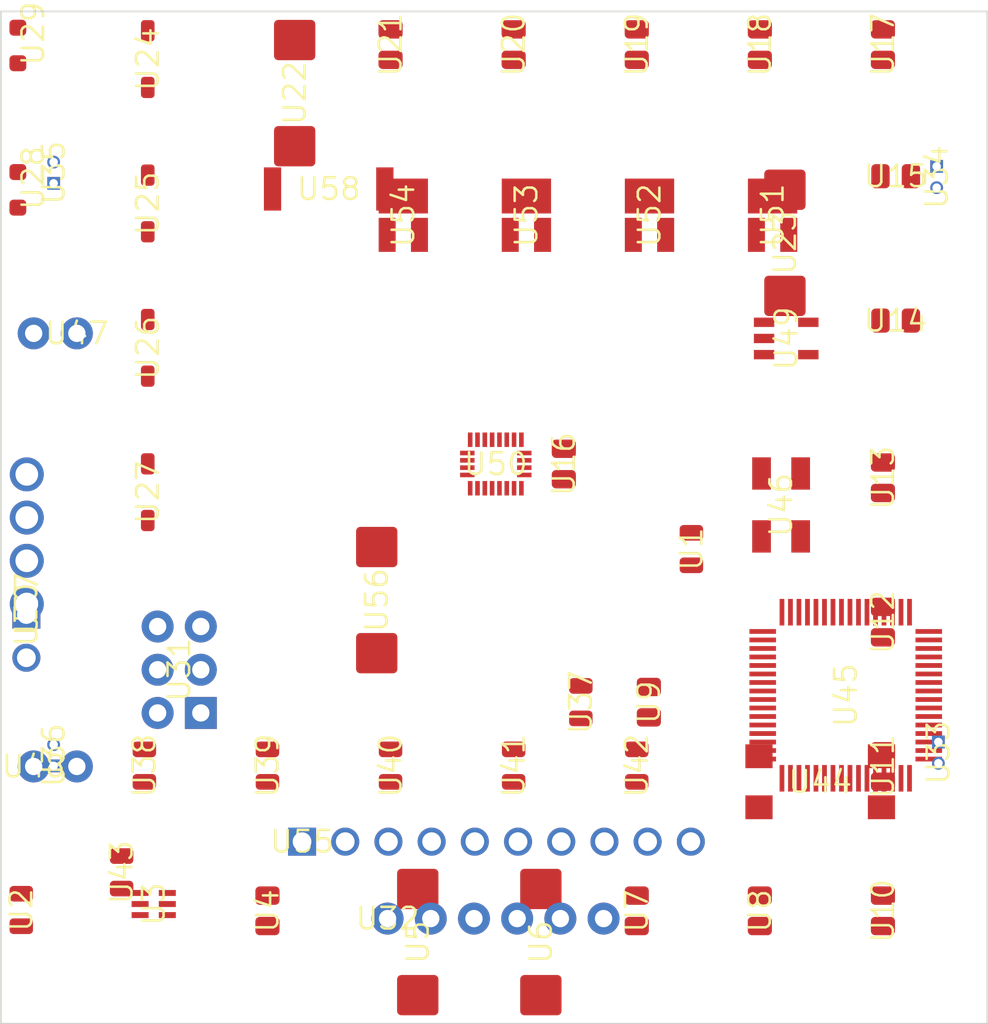
<source format=kicad_pcb>
(kicad_pcb (version 20171130) (host pcbnew "(5.1.4-0-10_14)")
  (layers (0 Top signal) (1 Route2 signal) (2 Route15 signal) (31 Bottom signal) (34 B.Paste user) (35 F.Paste user) (36 B.SilkS user) (37 F.SilkS user) (38 B.Mask user) (39 F.Mask user hide) (44 Edge.Cuts user))
  (net 0 "")
  (net 1 3V3)
  (net 2 GND)
  (net 3 VBAT)
  (net 4 BAT_GND)
  (net 5 "Net-(B1-Pad3)")
  (net 6 "Net-(B1-Pad4)")
  (net 7 "Net-(C3-Pad1)")
  (net 8 "Net-(C1-Pad1)")
  (net 9 "Net-(C2-Pad1)")
  (net 10 /PWM3)
  (net 11 /PWM2)
  (net 12 /PWM1)
  (net 13 /TX0)
  (net 14 /RX0)
  (net 15 /PWM4)
  (net 16 /MISO)
  (net 17 /MOSI)
  (net 18 /SCK)
  (net 19 /SDA)
  (net 20 /SCL)
  (net 21 "Net-(C4-Pad1)")
  (net 22 /RESET)
  (net 23 "Net-(D1-PadA)")
  (net 24 "Net-(C18-Pad1)")
  (net 25 "Net-(C19-Pad1)")
  (net 26 "Net-(B1-Pad2)")
  (net 27 "Net-(B1-Pad1)")
  (net 28 "Net-(D2-PadA)")
  (net 29 "Net-(D3-PadA)")
  (net 30 "Net-(D4-PadA)")
  (net 31 /DTR)
  (net 32 "Net-(D7-Pad1)")
  (net 33 "Net-(D8-Pad2)")
  (net 34 /LED2)
  (net 35 /LED1)
  (module quadcopter:LEDSC125X200X120-2_HS (layer Top) (at 120.501100 77.253600 270.000000)
    (fp_text reference U29 (at -0.7 -0.9 270) (layer F.SilkS) (effects (font (size 1.27 1.27))))
    (fp_text value "" (at -0.7 -0.9 270) (layer F.SilkS) (effects (font (size 1.27 1.27))))
    (pad 1 smd roundrect (at -1.045 0 90.000000) (size 0.94 0.99) (layers Top) (roundrect_rratio 0.255) (net 2 GND))
    (pad 2 smd roundrect (at 1.045 0 270.000000) (size 0.94 0.99) (layers Top) (roundrect_rratio 0.255) (net 33 "Net-(D8-Pad2)"))
  )
  (module quadcopter:LEDSC125X200X120-2_HS (layer Top) (at 120.501100 85.739314 270.000000)
    (fp_text reference U28 (at -0.7 -0.9 270) (layer F.SilkS) (effects (font (size 1.27 1.27))))
    (fp_text value "" (at -0.7 -0.9 270) (layer F.SilkS) (effects (font (size 1.27 1.27))))
    (pad 1 smd roundrect (at -1.045 0 90.000000) (size 0.94 0.99) (layers Top) (roundrect_rratio 0.255) (net 32 "Net-(D7-Pad1)"))
    (pad 2 smd roundrect (at 1.045 0 270.000000) (size 0.94 0.99) (layers Top) (roundrect_rratio 0.255) (net 2 GND))
  )
  (module quadcopter:FTDI_BASIC_2PIN_2 (layer Bottom) (at 122.701100 94.175029 180.000000)
    (fp_text reference U47 (at -1.27 0 180) (layer F.SilkS) (effects (font (size 1.27 1.27))))
    (fp_text value "" (at -1.27 0 180) (layer F.SilkS) (effects (font (size 1.27 1.27))))
    (pad DTR thru_hole circle (at -1.27 0 90.000000) (size 1.8796 1.8796) (drill 1.016) (layers *.Cu *.Mask) (net 31 /DTR))
    (pad CTS thru_hole circle (at 1.27 0 90.000000) (size 1.8796 1.8796) (drill 1.016) (layers *.Cu *.Mask) (net 2 GND))
  )
  (module quadcopter:HDRVR4W80P254_1X4_1066X254X850B (layer Top) (at 121.026100 106.273243 90.000000)
    (fp_text reference U57 (at -3.81 0 90) (layer F.SilkS) (effects (font (size 1.27 1.27))))
    (fp_text value "" (at -3.81 0 90) (layer F.SilkS) (effects (font (size 1.27 1.27))))
    (pad 4 thru_hole circle (at 3.81 0 90.000000) (size 1.9971 1.9971) (drill 1.3314) (layers *.Cu *.Mask) (net 19 /SDA))
    (pad 3 thru_hole circle (at 1.27 0 90.000000) (size 1.9971 1.9971) (drill 1.3314) (layers *.Cu *.Mask) (net 20 /SCL))
    (pad 2 thru_hole circle (at -1.27 0 90.000000) (size 1.9971 1.9971) (drill 1.3314) (layers *.Cu *.Mask) (net 2 GND))
    (pad 1 thru_hole circle (at -3.81 0 90.000000) (size 1.9971 1.9971) (drill 1.3314) (layers *.Cu *.Mask) (net 1 3V3))
  )
  (module quadcopter:FTDI_BASIC (layer Top) (at 148.588400 128.573200)
    (fp_text reference U32 (at -6.35 0) (layer F.SilkS) (effects (font (size 1.27 1.27))))
    (fp_text value "" (at -6.35 0) (layer F.SilkS) (effects (font (size 1.27 1.27))))
    (pad VCC thru_hole circle (at 1.27 0 90.000000) (size 1.8796 1.8796) (drill 1.016) (layers *.Cu *.Mask) (net 1 3V3))
    (pad TXO thru_hole circle (at -1.27 0 90.000000) (size 1.8796 1.8796) (drill 1.016) (layers *.Cu *.Mask) (net 14 /RX0))
    (pad RXI thru_hole circle (at -3.81 0 90.000000) (size 1.8796 1.8796) (drill 1.016) (layers *.Cu *.Mask) (net 13 /TX0))
    (pad GND thru_hole circle (at 6.35 0 90.000000) (size 1.8796 1.8796) (drill 1.016) (layers *.Cu *.Mask) (net 2 GND))
    (pad DTR thru_hole circle (at -6.35 0 90.000000) (size 1.8796 1.8796) (drill 1.016) (layers *.Cu *.Mask) (net 31 /DTR))
    (pad CTS thru_hole circle (at 3.81 0 90.000000) (size 1.8796 1.8796) (drill 1.016) (layers *.Cu *.Mask))
  )
  (module quadcopter:HDRV10W63P254_10X1_2540X254H838_HS (layer Top) (at 148.639200 124.052000)
    (fp_text reference U55 (at -11.43 0) (layer F.SilkS) (effects (font (size 1.27 1.27))))
    (fp_text value "" (at -11.43 0) (layer F.SilkS) (effects (font (size 1.27 1.27))))
    (pad 9 thru_hole circle (at 8.89 0) (size 1.65 1.65) (drill 1.1) (layers *.Cu *.Mask) (net 19 /SDA))
    (pad 8 thru_hole circle (at 6.35 0) (size 1.65 1.65) (drill 1.1) (layers *.Cu *.Mask) (net 1 3V3))
    (pad 7 thru_hole circle (at 3.81 0) (size 1.65 1.65) (drill 1.1) (layers *.Cu *.Mask) (net 3 VBAT))
    (pad 6 thru_hole circle (at 1.27 0) (size 1.65 1.65) (drill 1.1) (layers *.Cu *.Mask) (net 12 /PWM1))
    (pad 5 thru_hole circle (at -1.27 0) (size 1.65 1.65) (drill 1.1) (layers *.Cu *.Mask) (net 11 /PWM2))
    (pad 4 thru_hole circle (at -3.81 0) (size 1.65 1.65) (drill 1.1) (layers *.Cu *.Mask) (net 10 /PWM3))
    (pad 3 thru_hole circle (at -6.35 0) (size 1.65 1.65) (drill 1.1) (layers *.Cu *.Mask) (net 15 /PWM4))
    (pad 2 thru_hole circle (at -8.89 0) (size 1.65 1.65) (drill 1.1) (layers *.Cu *.Mask) (net 4 BAT_GND))
    (pad 10 thru_hole circle (at 11.43 0) (size 1.65 1.65) (drill 1.1) (layers *.Cu *.Mask) (net 20 /SCL))
    (pad 1 thru_hole rect (at -11.43 0) (size 1.65 1.65) (drill 1.1) (layers *.Cu *.Mask) (net 2 GND))
  )
  (module quadcopter:MALE_HEADER_2X1_0.1IN (layer Top) (at 121.001100 111.971457 270.000000)
    (fp_text reference U30 (at -1.27 0 270) (layer F.SilkS) (effects (font (size 1.27 1.27))))
    (fp_text value "" (at -1.27 0 270) (layer F.SilkS) (effects (font (size 1.27 1.27))))
    (pad 2 thru_hole circle (at 1.27 0 350.000000) (size 1.65 1.65) (drill 1.1) (layers *.Cu *.Mask) (net 3 VBAT))
    (pad 1 thru_hole rect (at -1.27 0 270.000000) (size 1.65 1.65) (drill 1.1) (layers *.Cu *.Mask) (net 4 BAT_GND))
  )
  (module quadcopter:FTDI_BASIC_2PIN_1 (layer Bottom) (at 122.701100 119.632171)
    (fp_text reference U48 (at -1.27 0) (layer F.SilkS) (effects (font (size 1.27 1.27))))
    (fp_text value "" (at -1.27 0) (layer F.SilkS) (effects (font (size 1.27 1.27))))
    (pad TXO thru_hole circle (at -1.27 0 270.000000) (size 1.8796 1.8796) (drill 1.016) (layers *.Cu *.Mask) (net 14 /RX0))
    (pad RXI thru_hole circle (at 1.27 0 270.000000) (size 1.8796 1.8796) (drill 1.016) (layers *.Cu *.Mask) (net 13 /TX0))
  )
  (module quadcopter:MOLEX-0530470210 (layer Top) (at 175.258400 118.819600 90.000000)
    (fp_text reference U33 (at 0 -0.635 90) (layer F.SilkS) (effects (font (size 1.27 1.27))))
    (fp_text value "" (at 0 -0.635 90) (layer F.SilkS) (effects (font (size 1.27 1.27))))
    (pad 2 thru_hole circle (at -0.625 -0.635 90.000000) (size 0.75 0.75) (drill 0.5) (layers *.Cu *.Mask) (net 23 "Net-(D1-PadA)"))
    (pad 1 thru_hole rect (at 0.625 -0.635 90.000000) (size 0.75 0.75) (drill 0.5) (layers *.Cu *.Mask) (net 3 VBAT))
  )
  (module quadcopter:MOLEX-0530470210 (layer Top) (at 175.156800 84.986800 90.000000)
    (fp_text reference U34 (at 0 -0.635 90) (layer F.SilkS) (effects (font (size 1.27 1.27))))
    (fp_text value "" (at 0 -0.635 90) (layer F.SilkS) (effects (font (size 1.27 1.27))))
    (pad 2 thru_hole circle (at -0.625 -0.635 90.000000) (size 0.75 0.75) (drill 0.5) (layers *.Cu *.Mask) (net 28 "Net-(D2-PadA)"))
    (pad 1 thru_hole rect (at 0.625 -0.635 90.000000) (size 0.75 0.75) (drill 0.5) (layers *.Cu *.Mask) (net 3 VBAT))
  )
  (module quadcopter:MOLEX-0530470210 (layer Top) (at 121.969200 118.972000 270.000000)
    (fp_text reference U36 (at 0 -0.635 270) (layer F.SilkS) (effects (font (size 1.27 1.27))))
    (fp_text value "" (at 0 -0.635 270) (layer F.SilkS) (effects (font (size 1.27 1.27))))
    (pad 2 thru_hole circle (at -0.625 -0.635 270.000000) (size 0.75 0.75) (drill 0.5) (layers *.Cu *.Mask) (net 30 "Net-(D4-PadA)"))
    (pad 1 thru_hole rect (at 0.625 -0.635 270.000000) (size 0.75 0.75) (drill 0.5) (layers *.Cu *.Mask) (net 3 VBAT))
  )
  (module quadcopter:MOLEX-0530470210 (layer Top) (at 121.969200 84.732800 270.000000)
    (fp_text reference U35 (at 0 -0.635 270) (layer F.SilkS) (effects (font (size 1.27 1.27))))
    (fp_text value "" (at 0 -0.635 270) (layer F.SilkS) (effects (font (size 1.27 1.27))))
    (pad 2 thru_hole circle (at -0.625 -0.635 270.000000) (size 0.75 0.75) (drill 0.5) (layers *.Cu *.Mask) (net 29 "Net-(D3-PadA)"))
    (pad 1 thru_hole rect (at 0.625 -0.635 270.000000) (size 0.75 0.75) (drill 0.5) (layers *.Cu *.Mask) (net 3 VBAT))
  )
  (module quadcopter:RESC2012X60_HS (layer Top) (at 160.101100 106.853600 90.000000)
    (fp_text reference U1 (at 0 0 90) (layer F.SilkS) (effects (font (size 1.27 1.27))))
    (fp_text value "" (at 0 0 90) (layer F.SilkS) (effects (font (size 1.27 1.27))))
    (pad 1 smd roundrect (at -0.955 0 270.000000) (size 0.92 1.38) (layers Top) (net 32 "Net-(D7-Pad1)"))
    (pad 2 smd roundrect (at 0.955 0 90.000000) (size 0.92 1.38) (layers Top) (net 34 /LED2))
  )
  (module quadcopter:RESC2012X60_HS (layer Top) (at 120.701100 128.067886 90.000000)
    (fp_text reference U2 (at 0 0 90) (layer F.SilkS) (effects (font (size 1.27 1.27))))
    (fp_text value "" (at 0 0 90) (layer F.SilkS) (effects (font (size 1.27 1.27))))
    (pad 1 smd roundrect (at -0.955 0 270.000000) (size 0.92 1.38) (layers Top) (net 33 "Net-(D8-Pad2)"))
    (pad 2 smd roundrect (at 0.955 0 90.000000) (size 0.92 1.38) (layers Top) (net 35 /LED1))
  )
  (module quadcopter:BALUN (layer Top) (at 128.488600 127.717886 270.000000)
    (fp_text reference U3 (at 0 0 270) (layer F.SilkS) (effects (font (size 1.27 1.27))))
    (fp_text value "" (at 0 0 270) (layer F.SilkS) (effects (font (size 1.27 1.27))))
    (pad 6 smd rect (at -0.65 -0.8 270.000000) (size 0.35 1) (layers Top F.Mask F.Paste))
    (pad 5 smd rect (at 0 -0.8 270.000000) (size 0.35 1) (layers Top F.Mask F.Paste) (net 2 GND))
    (pad 4 smd rect (at 0.65 -0.8 270.000000) (size 0.35 1) (layers Top F.Mask F.Paste) (net 6 "Net-(B1-Pad4)"))
    (pad 3 smd rect (at 0.65 0.8 270.000000) (size 0.35 1) (layers Top F.Mask F.Paste) (net 5 "Net-(B1-Pad3)"))
    (pad 2 smd rect (at 0 0.8 270.000000) (size 0.35 1) (layers Top F.Mask F.Paste) (net 26 "Net-(B1-Pad2)"))
    (pad 1 smd rect (at -0.65 0.8 270.000000) (size 0.35 1) (layers Top F.Mask F.Paste) (net 27 "Net-(B1-Pad1)"))
  )
  (module quadcopter:CAPC2012X140_HS (layer Top) (at 135.176100 128.117886 90.000000)
    (fp_text reference U4 (at 0 0 90) (layer F.SilkS) (effects (font (size 1.27 1.27))))
    (fp_text value "" (at 0 0 90) (layer F.SilkS) (effects (font (size 1.27 1.27))))
    (pad 2 smd roundrect (at 0.895 0 90.000000) (size 1.08 1.42) (layers Top) (roundrect_rratio 0.23) (net 2 GND))
    (pad 1 smd roundrect (at -0.895 0 270.000000) (size 1.08 1.42) (layers Top) (roundrect_rratio 0.23) (net 8 "Net-(C1-Pad1)"))
  )
  (module quadcopter:CAPMP7343X310_HS (layer Top) (at 144.013600 129.953600 270.000000)
    (fp_text reference U5 (at 0 0 270) (layer F.SilkS) (effects (font (size 1.27 1.27))))
    (fp_text value "" (at 0 0 270) (layer F.SilkS) (effects (font (size 1.27 1.27))))
    (pad 2 smd roundrect (at 3.12 0 270.000000) (size 2.37 2.43) (layers Top) (roundrect_rratio 0.105) (net 4 BAT_GND))
    (pad 1 smd roundrect (at -3.12 0 90.000000) (size 2.37 2.43) (layers Top) (roundrect_rratio 0.105) (net 3 VBAT))
  )
  (module quadcopter:CAPMP7343X310_HS (layer Top) (at 151.251100 129.953600 270.000000)
    (fp_text reference U6 (at 0 0 270) (layer F.SilkS) (effects (font (size 1.27 1.27))))
    (fp_text value "" (at 0 0 270) (layer F.SilkS) (effects (font (size 1.27 1.27))))
    (pad 2 smd roundrect (at 3.12 0 270.000000) (size 2.37 2.43) (layers Top) (roundrect_rratio 0.105) (net 4 BAT_GND))
    (pad 1 smd roundrect (at -3.12 0 90.000000) (size 2.37 2.43) (layers Top) (roundrect_rratio 0.105) (net 3 VBAT))
  )
  (module quadcopter:CAPC2012X140_HS (layer Top) (at 156.888600 128.117886 270.000000)
    (fp_text reference U7 (at 0 0 270) (layer F.SilkS) (effects (font (size 1.27 1.27))))
    (fp_text value "" (at 0 0 270) (layer F.SilkS) (effects (font (size 1.27 1.27))))
    (pad 2 smd roundrect (at 0.895 0 270.000000) (size 1.08 1.42) (layers Top) (roundrect_rratio 0.23) (net 4 BAT_GND))
    (pad 1 smd roundrect (at -0.895 0 90.000000) (size 1.08 1.42) (layers Top) (roundrect_rratio 0.23) (net 3 VBAT))
  )
  (module quadcopter:CAPC2012X140_HS (layer Top) (at 164.126100 128.117886 270.000000)
    (fp_text reference U8 (at 0 0 270) (layer F.SilkS) (effects (font (size 1.27 1.27))))
    (fp_text value "" (at 0 0 270) (layer F.SilkS) (effects (font (size 1.27 1.27))))
    (pad 2 smd roundrect (at 0.895 0 270.000000) (size 1.08 1.42) (layers Top) (roundrect_rratio 0.23) (net 2 GND))
    (pad 1 smd roundrect (at -0.895 0 90.000000) (size 1.08 1.42) (layers Top) (roundrect_rratio 0.23) (net 1 3V3))
  )
  (module quadcopter:CAPC2012X140_HS (layer Top) (at 157.601100 115.853600 270.000000)
    (fp_text reference U9 (at 0 0 270) (layer F.SilkS) (effects (font (size 1.27 1.27))))
    (fp_text value "" (at 0 0 270) (layer F.SilkS) (effects (font (size 1.27 1.27))))
    (pad 2 smd roundrect (at 0.895 0 270.000000) (size 1.08 1.42) (layers Top) (roundrect_rratio 0.23) (net 22 /RESET))
    (pad 1 smd roundrect (at -0.895 0 90.000000) (size 1.08 1.42) (layers Top) (roundrect_rratio 0.23) (net 31 /DTR))
  )
  (module quadcopter:CAPC2012X140_HS (layer Top) (at 171.363600 128.117886 270.000000)
    (fp_text reference U10 (at 0 0 270) (layer F.SilkS) (effects (font (size 1.27 1.27))))
    (fp_text value "" (at 0 0 270) (layer F.SilkS) (effects (font (size 1.27 1.27))))
    (pad 2 smd roundrect (at 0.895 0 270.000000) (size 1.08 1.42) (layers Top) (roundrect_rratio 0.23) (net 2 GND))
    (pad 1 smd roundrect (at -0.895 0 90.000000) (size 1.08 1.42) (layers Top) (roundrect_rratio 0.23) (net 24 "Net-(C18-Pad1)"))
  )
  (module quadcopter:CAPC2012X140_HS (layer Top) (at 171.363600 119.632171 270.000000)
    (fp_text reference U11 (at 0 0 270) (layer F.SilkS) (effects (font (size 1.27 1.27))))
    (fp_text value "" (at 0 0 270) (layer F.SilkS) (effects (font (size 1.27 1.27))))
    (pad 2 smd roundrect (at 0.895 0 270.000000) (size 1.08 1.42) (layers Top) (roundrect_rratio 0.23) (net 2 GND))
    (pad 1 smd roundrect (at -0.895 0 90.000000) (size 1.08 1.42) (layers Top) (roundrect_rratio 0.23) (net 25 "Net-(C19-Pad1)"))
  )
  (module quadcopter:CAPC2012X140_HS (layer Top) (at 171.363600 111.146457 270.000000)
    (fp_text reference U12 (at 0 0 270) (layer F.SilkS) (effects (font (size 1.27 1.27))))
    (fp_text value "" (at 0 0 270) (layer F.SilkS) (effects (font (size 1.27 1.27))))
    (pad 2 smd roundrect (at 0.895 0 270.000000) (size 1.08 1.42) (layers Top) (roundrect_rratio 0.23) (net 2 GND))
    (pad 1 smd roundrect (at -0.895 0 90.000000) (size 1.08 1.42) (layers Top) (roundrect_rratio 0.23) (net 9 "Net-(C2-Pad1)"))
  )
  (module quadcopter:CAPC2012X140_HS (layer Top) (at 171.363600 102.660743 270.000000)
    (fp_text reference U13 (at 0 0 270) (layer F.SilkS) (effects (font (size 1.27 1.27))))
    (fp_text value "" (at 0 0 270) (layer F.SilkS) (effects (font (size 1.27 1.27))))
    (pad 2 smd roundrect (at 0.895 0 270.000000) (size 1.08 1.42) (layers Top) (roundrect_rratio 0.23) (net 2 GND))
    (pad 1 smd roundrect (at -0.895 0 90.000000) (size 1.08 1.42) (layers Top) (roundrect_rratio 0.23) (net 1 3V3))
  )
  (module quadcopter:CAPC2012X140_HS (layer Top) (at 172.113600 93.425029 180.000000)
    (fp_text reference U14 (at 0 0 180) (layer F.SilkS) (effects (font (size 1.27 1.27))))
    (fp_text value "" (at 0 0 180) (layer F.SilkS) (effects (font (size 1.27 1.27))))
    (pad 2 smd roundrect (at 0.895 0 180.000000) (size 1.08 1.42) (layers Top) (roundrect_rratio 0.23) (net 2 GND))
    (pad 1 smd roundrect (at -0.895 0) (size 1.08 1.42) (layers Top) (roundrect_rratio 0.23) (net 26 "Net-(B1-Pad2)"))
  )
  (module quadcopter:CAPC2012X140_HS (layer Top) (at 172.113600 84.939314)
    (fp_text reference U15 (at 0 0) (layer F.SilkS) (effects (font (size 1.27 1.27))))
    (fp_text value "" (at 0 0) (layer F.SilkS) (effects (font (size 1.27 1.27))))
    (pad 2 smd roundrect (at 0.895 0) (size 1.08 1.42) (layers Top) (roundrect_rratio 0.23) (net 2 GND))
    (pad 1 smd roundrect (at -0.895 0 180.000000) (size 1.08 1.42) (layers Top) (roundrect_rratio 0.23) (net 27 "Net-(B1-Pad1)"))
  )
  (module quadcopter:CAPC2012X140_HS (layer Top) (at 152.601100 101.853600 90.000000)
    (fp_text reference U16 (at 0 0 90) (layer F.SilkS) (effects (font (size 1.27 1.27))))
    (fp_text value "" (at 0 0 90) (layer F.SilkS) (effects (font (size 1.27 1.27))))
    (pad 2 smd roundrect (at 0.895 0 90.000000) (size 1.08 1.42) (layers Top) (roundrect_rratio 0.23) (net 2 GND))
    (pad 1 smd roundrect (at -0.895 0 270.000000) (size 1.08 1.42) (layers Top) (roundrect_rratio 0.23) (net 1 3V3))
  )
  (module quadcopter:CAPC2012X140_HS (layer Top) (at 171.363600 77.203600 270.000000)
    (fp_text reference U17 (at 0 0 270) (layer F.SilkS) (effects (font (size 1.27 1.27))))
    (fp_text value "" (at 0 0 270) (layer F.SilkS) (effects (font (size 1.27 1.27))))
    (pad 2 smd roundrect (at 0.895 0 270.000000) (size 1.08 1.42) (layers Top) (roundrect_rratio 0.23) (net 2 GND))
    (pad 1 smd roundrect (at -0.895 0 90.000000) (size 1.08 1.42) (layers Top) (roundrect_rratio 0.23) (net 1 3V3))
  )
  (module quadcopter:CAPC2012X140_HS (layer Top) (at 164.126100 77.203600 90.000000)
    (fp_text reference U18 (at 0 0 90) (layer F.SilkS) (effects (font (size 1.27 1.27))))
    (fp_text value "" (at 0 0 90) (layer F.SilkS) (effects (font (size 1.27 1.27))))
    (pad 2 smd roundrect (at 0.895 0 90.000000) (size 1.08 1.42) (layers Top) (roundrect_rratio 0.23) (net 2 GND))
    (pad 1 smd roundrect (at -0.895 0 270.000000) (size 1.08 1.42) (layers Top) (roundrect_rratio 0.23) (net 1 3V3))
  )
  (module quadcopter:CAPC2012X140_HS (layer Top) (at 156.888600 77.203600 270.000000)
    (fp_text reference U19 (at 0 0 270) (layer F.SilkS) (effects (font (size 1.27 1.27))))
    (fp_text value "" (at 0 0 270) (layer F.SilkS) (effects (font (size 1.27 1.27))))
    (pad 2 smd roundrect (at 0.895 0 270.000000) (size 1.08 1.42) (layers Top) (roundrect_rratio 0.23) (net 2 GND))
    (pad 1 smd roundrect (at -0.895 0 90.000000) (size 1.08 1.42) (layers Top) (roundrect_rratio 0.23) (net 1 3V3))
  )
  (module quadcopter:CAPC2012X140_HS (layer Top) (at 149.651100 77.203600 90.000000)
    (fp_text reference U20 (at 0 0 90) (layer F.SilkS) (effects (font (size 1.27 1.27))))
    (fp_text value "" (at 0 0 90) (layer F.SilkS) (effects (font (size 1.27 1.27))))
    (pad 2 smd roundrect (at 0.895 0 90.000000) (size 1.08 1.42) (layers Top) (roundrect_rratio 0.23) (net 2 GND))
    (pad 1 smd roundrect (at -0.895 0 270.000000) (size 1.08 1.42) (layers Top) (roundrect_rratio 0.23) (net 7 "Net-(C3-Pad1)"))
  )
  (module quadcopter:CAPC2012X140_HS (layer Top) (at 142.413600 77.203600 90.000000)
    (fp_text reference U21 (at 0 0 90) (layer F.SilkS) (effects (font (size 1.27 1.27))))
    (fp_text value "" (at 0 0 90) (layer F.SilkS) (effects (font (size 1.27 1.27))))
    (pad 2 smd roundrect (at 0.895 0 90.000000) (size 1.08 1.42) (layers Top) (roundrect_rratio 0.23) (net 2 GND))
    (pad 1 smd roundrect (at -0.895 0 270.000000) (size 1.08 1.42) (layers Top) (roundrect_rratio 0.23) (net 21 "Net-(C4-Pad1)"))
  )
  (module quadcopter:CAPMP7343X310_HS (layer Top) (at 136.776100 80.053600 270.000000)
    (fp_text reference U22 (at 0 0 270) (layer F.SilkS) (effects (font (size 1.27 1.27))))
    (fp_text value "" (at 0 0 270) (layer F.SilkS) (effects (font (size 1.27 1.27))))
    (pad 2 smd roundrect (at 3.12 0 270.000000) (size 2.37 2.43) (layers Top) (roundrect_rratio 0.105) (net 4 BAT_GND))
    (pad 1 smd roundrect (at -3.12 0 90.000000) (size 2.37 2.43) (layers Top) (roundrect_rratio 0.105) (net 3 VBAT))
  )
  (module quadcopter:CAPMP7343X310_HS (layer Top) (at 165.601100 88.853600 270.000000)
    (fp_text reference U23 (at 0 0 270) (layer F.SilkS) (effects (font (size 1.27 1.27))))
    (fp_text value "" (at 0 0 270) (layer F.SilkS) (effects (font (size 1.27 1.27))))
    (pad 2 smd roundrect (at 3.12 0 270.000000) (size 2.37 2.43) (layers Top) (roundrect_rratio 0.105) (net 4 BAT_GND))
    (pad 1 smd roundrect (at -3.12 0 90.000000) (size 2.37 2.43) (layers Top) (roundrect_rratio 0.105) (net 3 VBAT))
  )
  (module quadcopter:SOD3716X135_HS (layer Top) (at 128.138600 78.053600 270.000000)
    (fp_text reference U24 (at 0 0 270) (layer F.SilkS) (effects (font (size 1.27 1.27))))
    (fp_text value "" (at 0 0 270) (layer F.SilkS) (effects (font (size 1.27 1.27))))
    (pad C smd roundrect (at -1.665 0 90.000000) (size 1.25 0.8) (layers Top) (net 3 VBAT))
    (pad A smd roundrect (at 1.665 0 270.000000) (size 1.25 0.8) (layers Top) (net 23 "Net-(D1-PadA)"))
  )
  (module quadcopter:SOD3716X135_HS (layer Top) (at 128.138600 86.539314 270.000000)
    (fp_text reference U25 (at 0 0 270) (layer F.SilkS) (effects (font (size 1.27 1.27))))
    (fp_text value "" (at 0 0 270) (layer F.SilkS) (effects (font (size 1.27 1.27))))
    (pad C smd roundrect (at -1.665 0 90.000000) (size 1.25 0.8) (layers Top) (net 3 VBAT))
    (pad A smd roundrect (at 1.665 0 270.000000) (size 1.25 0.8) (layers Top) (net 28 "Net-(D2-PadA)"))
  )
  (module quadcopter:SOD3716X135_HS (layer Top) (at 128.138600 95.025029 270.000000)
    (fp_text reference U26 (at 0 0 270) (layer F.SilkS) (effects (font (size 1.27 1.27))))
    (fp_text value "" (at 0 0 270) (layer F.SilkS) (effects (font (size 1.27 1.27))))
    (pad C smd roundrect (at -1.665 0 90.000000) (size 1.25 0.8) (layers Top) (net 3 VBAT))
    (pad A smd roundrect (at 1.665 0 270.000000) (size 1.25 0.8) (layers Top) (net 29 "Net-(D3-PadA)"))
  )
  (module quadcopter:SOD3716X135_HS (layer Top) (at 128.138600 103.510743 270.000000)
    (fp_text reference U27 (at 0 0 270) (layer F.SilkS) (effects (font (size 1.27 1.27))))
    (fp_text value "" (at 0 0 270) (layer F.SilkS) (effects (font (size 1.27 1.27))))
    (pad C smd roundrect (at -1.665 0 90.000000) (size 1.25 0.8) (layers Top) (net 3 VBAT))
    (pad A smd roundrect (at 1.665 0 270.000000) (size 1.25 0.8) (layers Top) (net 30 "Net-(D4-PadA)"))
  )
  (module quadcopter:2X3-NS (layer Top) (at 129.988600 113.946457 90.000000)
    (fp_text reference U31 (at 0 0 90) (layer F.SilkS) (effects (font (size 1.27 1.27))))
    (fp_text value "" (at 0 0 90) (layer F.SilkS) (effects (font (size 1.27 1.27))))
    (pad 6 thru_hole circle (at 2.54 -1.27 90.000000) (size 1.8796 1.8796) (drill 1.016) (layers *.Cu *.Mask) (net 2 GND))
    (pad 5 thru_hole circle (at 2.54 1.27 90.000000) (size 1.8796 1.8796) (drill 1.016) (layers *.Cu *.Mask) (net 22 /RESET))
    (pad 4 thru_hole circle (at 0 -1.27 90.000000) (size 1.8796 1.8796) (drill 1.016) (layers *.Cu *.Mask) (net 17 /MOSI))
    (pad 3 thru_hole circle (at 0 1.27 90.000000) (size 1.8796 1.8796) (drill 1.016) (layers *.Cu *.Mask) (net 18 /SCK))
    (pad 2 thru_hole circle (at -2.54 -1.27 90.000000) (size 1.8796 1.8796) (drill 1.016) (layers *.Cu *.Mask))
    (pad 1 thru_hole rect (at -2.54 1.27 90.000000) (size 1.8796 1.8796) (drill 1.016) (layers *.Cu *.Mask) (net 16 /MISO))
  )
  (module quadcopter:RESC2012X60_HS (layer Top) (at 153.601100 115.853600 90.000000)
    (fp_text reference U37 (at 0 0 90) (layer F.SilkS) (effects (font (size 1.27 1.27))))
    (fp_text value "" (at 0 0 90) (layer F.SilkS) (effects (font (size 1.27 1.27))))
    (pad 1 smd roundrect (at -0.955 0 270.000000) (size 0.92 1.38) (layers Top) (net 22 /RESET))
    (pad 2 smd roundrect (at 0.955 0 90.000000) (size 0.92 1.38) (layers Top) (net 1 3V3))
  )
  (module quadcopter:RESC2012X60_HS (layer Top) (at 127.938600 119.582171 90.000000)
    (fp_text reference U38 (at 0 0 90) (layer F.SilkS) (effects (font (size 1.27 1.27))))
    (fp_text value "" (at 0 0 90) (layer F.SilkS) (effects (font (size 1.27 1.27))))
    (pad 1 smd roundrect (at -0.955 0 270.000000) (size 0.92 1.38) (layers Top) (net 19 /SDA))
    (pad 2 smd roundrect (at 0.955 0 90.000000) (size 0.92 1.38) (layers Top) (net 1 3V3))
  )
  (module quadcopter:RESC2012X60_HS (layer Top) (at 135.176100 119.582171 90.000000)
    (fp_text reference U39 (at 0 0 90) (layer F.SilkS) (effects (font (size 1.27 1.27))))
    (fp_text value "" (at 0 0 90) (layer F.SilkS) (effects (font (size 1.27 1.27))))
    (pad 1 smd roundrect (at -0.955 0 270.000000) (size 0.92 1.38) (layers Top) (net 20 /SCL))
    (pad 2 smd roundrect (at 0.955 0 90.000000) (size 0.92 1.38) (layers Top) (net 1 3V3))
  )
  (module quadcopter:RESC2012X60_HS (layer Top) (at 142.413600 119.582171 270.000000)
    (fp_text reference U40 (at 0 0 270) (layer F.SilkS) (effects (font (size 1.27 1.27))))
    (fp_text value "" (at 0 0 270) (layer F.SilkS) (effects (font (size 1.27 1.27))))
    (pad 1 smd roundrect (at -0.955 0 90.000000) (size 0.92 1.38) (layers Top) (net 12 /PWM1))
    (pad 2 smd roundrect (at 0.955 0 270.000000) (size 0.92 1.38) (layers Top) (net 2 GND))
  )
  (module quadcopter:RESC2012X60_HS (layer Top) (at 149.651100 119.582171 90.000000)
    (fp_text reference U41 (at 0 0 90) (layer F.SilkS) (effects (font (size 1.27 1.27))))
    (fp_text value "" (at 0 0 90) (layer F.SilkS) (effects (font (size 1.27 1.27))))
    (pad 1 smd roundrect (at -0.955 0 270.000000) (size 0.92 1.38) (layers Top) (net 11 /PWM2))
    (pad 2 smd roundrect (at 0.955 0 90.000000) (size 0.92 1.38) (layers Top) (net 2 GND))
  )
  (module quadcopter:RESC2012X60_HS (layer Top) (at 156.888600 119.582171 90.000000)
    (fp_text reference U42 (at 0 0 90) (layer F.SilkS) (effects (font (size 1.27 1.27))))
    (fp_text value "" (at 0 0 90) (layer F.SilkS) (effects (font (size 1.27 1.27))))
    (pad 1 smd roundrect (at -0.955 0 270.000000) (size 0.92 1.38) (layers Top) (net 10 /PWM3))
    (pad 2 smd roundrect (at 0.955 0 90.000000) (size 0.92 1.38) (layers Top) (net 2 GND))
  )
  (module quadcopter:RESC2012X60_HS (layer Top) (at 126.601100 125.853600 270.000000)
    (fp_text reference U43 (at 0 0 270) (layer F.SilkS) (effects (font (size 1.27 1.27))))
    (fp_text value "" (at 0 0 270) (layer F.SilkS) (effects (font (size 1.27 1.27))))
    (pad 1 smd roundrect (at -0.955 0 90.000000) (size 0.92 1.38) (layers Top) (net 15 /PWM4))
    (pad 2 smd roundrect (at 0.955 0 270.000000) (size 0.92 1.38) (layers Top) (net 2 GND))
  )
  (module quadcopter:4.5MM_TACTILE_SWITCH_TL3305AF160QG (layer Top) (at 167.676100 120.532171 180.000000)
    (fp_text reference U44 (at 0 0 180) (layer F.SilkS) (effects (font (size 1.27 1.27))))
    (fp_text value "" (at 0 0 180) (layer F.SilkS) (effects (font (size 1.27 1.27))))
    (pad 4 smd rect (at 3.6 -1.5 270.000000) (size 1.4 1.6) (layers Top F.Mask F.Paste) (net 22 /RESET))
    (pad 3 smd rect (at -3.6 -1.5 270.000000) (size 1.4 1.6) (layers Top F.Mask F.Paste) (net 22 /RESET))
    (pad 2 smd rect (at 3.6 1.5 270.000000) (size 1.4 1.6) (layers Top F.Mask F.Paste) (net 2 GND))
    (pad 1 smd rect (at -3.6 1.5 270.000000) (size 1.4 1.6) (layers Top F.Mask F.Paste) (net 2 GND))
  )
  (module quadcopter:QFN-64 (layer Top) (at 169.176100 115.446457 270.000000)
    (fp_text reference U45 (at 0 0 270) (layer F.SilkS) (effects (font (size 1.27 1.27))))
    (fp_text value "" (at 0 0 270) (layer F.SilkS) (effects (font (size 1.27 1.27))))
    (pad 9 smd rect (at -4.881 0.25 180.000000) (size 0.28 1.562) (layers Top F.Mask F.Paste) (net 5 "Net-(B1-Pad3)"))
    (pad 8 smd rect (at -4.881 -0.25 180.000000) (size 0.28 1.562) (layers Top F.Mask F.Paste) (net 6 "Net-(B1-Pad4)"))
    (pad 7 smd rect (at -4.881 -0.75 180.000000) (size 0.28 1.562) (layers Top F.Mask F.Paste) (net 2 GND))
    (pad 64 smd rect (at -3.75 -4.881 270.000000) (size 0.28 1.562) (layers Top F.Mask F.Paste))
    (pad 63 smd rect (at -3.25 -4.881 270.000000) (size 0.28 1.562) (layers Top F.Mask F.Paste))
    (pad 62 smd rect (at -2.75 -4.881 270.000000) (size 0.28 1.562) (layers Top F.Mask F.Paste))
    (pad 61 smd rect (at -2.25 -4.881 270.000000) (size 0.28 1.562) (layers Top F.Mask F.Paste) (net 2 GND))
    (pad 60 smd rect (at -1.75 -4.881 270.000000) (size 0.28 1.562) (layers Top F.Mask F.Paste) (net 7 "Net-(C3-Pad1)"))
    (pad 6 smd rect (at -4.881 -1.25 180.000000) (size 0.28 1.562) (layers Top F.Mask F.Paste))
    (pad 59 smd rect (at -1.25 -4.881 270.000000) (size 0.28 1.562) (layers Top F.Mask F.Paste) (net 1 3V3))
    (pad 58 smd rect (at -0.75 -4.881 270.000000) (size 0.28 1.562) (layers Top F.Mask F.Paste) (net 2 GND))
    (pad 57 smd rect (at -0.25 -4.881 270.000000) (size 0.28 1.562) (layers Top F.Mask F.Paste) (net 8 "Net-(C1-Pad1)"))
    (pad 56 smd rect (at 0.25 -4.881 270.000000) (size 0.28 1.562) (layers Top F.Mask F.Paste) (net 9 "Net-(C2-Pad1)"))
    (pad 55 smd rect (at 0.75 -4.881 270.000000) (size 0.28 1.562) (layers Top F.Mask F.Paste) (net 2 GND))
    (pad 54 smd rect (at 1.25 -4.881 270.000000) (size 0.28 1.562) (layers Top F.Mask F.Paste) (net 1 3V3))
    (pad 53 smd rect (at 1.75 -4.881 270.000000) (size 0.28 1.562) (layers Top F.Mask F.Paste))
    (pad 52 smd rect (at 2.25 -4.881 270.000000) (size 0.28 1.562) (layers Top F.Mask F.Paste))
    (pad 51 smd rect (at 2.75 -4.881 270.000000) (size 0.28 1.562) (layers Top F.Mask F.Paste) (net 10 /PWM3))
    (pad 50 smd rect (at 3.25 -4.881 270.000000) (size 0.28 1.562) (layers Top F.Mask F.Paste) (net 11 /PWM2))
    (pad 5 smd rect (at -4.881 -1.75 180.000000) (size 0.28 1.562) (layers Top F.Mask F.Paste))
    (pad 49 smd rect (at 3.75 -4.881 270.000000) (size 0.28 1.562) (layers Top F.Mask F.Paste) (net 12 /PWM1))
    (pad 48 smd rect (at 4.881 -3.75) (size 0.28 1.562) (layers Top F.Mask F.Paste))
    (pad 47 smd rect (at 4.881 -3.25) (size 0.28 1.562) (layers Top F.Mask F.Paste) (net 13 /TX0))
    (pad 46 smd rect (at 4.881 -2.75) (size 0.28 1.562) (layers Top F.Mask F.Paste) (net 14 /RX0))
    (pad 45 smd rect (at 4.881 -2.25) (size 0.28 1.562) (layers Top F.Mask F.Paste) (net 2 GND))
    (pad 44 smd rect (at 4.881 -1.75) (size 0.28 1.562) (layers Top F.Mask F.Paste) (net 1 3V3))
    (pad 43 smd rect (at 4.881 -1.25) (size 0.28 1.562) (layers Top F.Mask F.Paste))
    (pad 42 smd rect (at 4.881 -0.75) (size 0.28 1.562) (layers Top F.Mask F.Paste))
    (pad 41 smd rect (at 4.881 -0.25) (size 0.28 1.562) (layers Top F.Mask F.Paste) (net 15 /PWM4))
    (pad 40 smd rect (at 4.881 0.25) (size 0.28 1.562) (layers Top F.Mask F.Paste))
    (pad 4 smd rect (at -4.881 -2.25 180.000000) (size 0.28 1.562) (layers Top F.Mask F.Paste))
    (pad 39 smd rect (at 4.881 0.75) (size 0.28 1.562) (layers Top F.Mask F.Paste) (net 16 /MISO))
    (pad 38 smd rect (at 4.881 1.25) (size 0.28 1.562) (layers Top F.Mask F.Paste) (net 17 /MOSI))
    (pad 37 smd rect (at 4.881 1.75) (size 0.28 1.562) (layers Top F.Mask F.Paste) (net 18 /SCK))
    (pad 36 smd rect (at 4.881 2.25) (size 0.28 1.562) (layers Top F.Mask F.Paste))
    (pad 35 smd rect (at 4.881 2.75) (size 0.28 1.562) (layers Top F.Mask F.Paste) (net 2 GND))
    (pad 34 smd rect (at 4.881 3.25) (size 0.28 1.562) (layers Top F.Mask F.Paste) (net 1 3V3))
    (pad 33 smd rect (at 4.881 3.75) (size 0.28 1.562) (layers Top F.Mask F.Paste) (net 2 GND))
    (pad 32 smd rect (at 3.75 4.881 270.000000) (size 0.28 1.562) (layers Top F.Mask F.Paste))
    (pad 31 smd rect (at 3.25 4.881 270.000000) (size 0.28 1.562) (layers Top F.Mask F.Paste))
    (pad 30 smd rect (at 2.75 4.881 270.000000) (size 0.28 1.562) (layers Top F.Mask F.Paste))
    (pad 3 smd rect (at -4.881 -2.75 180.000000) (size 0.28 1.562) (layers Top F.Mask F.Paste))
    (pad 29 smd rect (at 2.25 4.881 270.000000) (size 0.28 1.562) (layers Top F.Mask F.Paste))
    (pad 28 smd rect (at 1.75 4.881 90.000000) (size 0.28 1.562) (layers Top F.Mask F.Paste))
    (pad 27 smd rect (at 1.25 4.881 90.000000) (size 0.28 1.562) (layers Top F.Mask F.Paste))
    (pad 26 smd rect (at 0.75 4.881 90.000000) (size 0.28 1.562) (layers Top F.Mask F.Paste) (net 19 /SDA))
    (pad 25 smd rect (at 0.25 4.881 90.000000) (size 0.28 1.562) (layers Top F.Mask F.Paste) (net 20 /SCL))
    (pad 24 smd rect (at -0.25 4.881 90.000000) (size 0.28 1.562) (layers Top F.Mask F.Paste) (net 2 GND))
    (pad 23 smd rect (at -0.75 4.881 90.000000) (size 0.28 1.562) (layers Top F.Mask F.Paste) (net 1 3V3))
    (pad 22 smd rect (at -1.25 4.881 90.000000) (size 0.28 1.562) (layers Top F.Mask F.Paste) (net 21 "Net-(C4-Pad1)"))
    (pad 21 smd rect (at -1.75 4.881 90.000000) (size 0.28 1.562) (layers Top F.Mask F.Paste) (net 21 "Net-(C4-Pad1)"))
    (pad 20 smd rect (at -2.25 4.881 90.000000) (size 0.28 1.562) (layers Top F.Mask F.Paste) (net 2 GND))
    (pad 2 smd rect (at -4.881 -3.25 180.000000) (size 0.28 1.562) (layers Top F.Mask F.Paste))
    (pad 19 smd rect (at -2.75 4.881 90.000000) (size 0.28 1.562) (layers Top F.Mask F.Paste))
    (pad 18 smd rect (at -3.25 4.881 90.000000) (size 0.28 1.562) (layers Top F.Mask F.Paste))
    (pad 17 smd rect (at -3.75 4.881 90.000000) (size 0.28 1.562) (layers Top F.Mask F.Paste))
    (pad 16 smd rect (at -4.881 3.75) (size 0.28 1.562) (layers Top F.Mask F.Paste))
    (pad 15 smd rect (at -4.881 3.25) (size 0.28 1.562) (layers Top F.Mask F.Paste) (net 34 /LED2))
    (pad 14 smd rect (at -4.881 2.75 180.000000) (size 0.28 1.562) (layers Top F.Mask F.Paste) (net 35 /LED1))
    (pad 13 smd rect (at -4.881 2.25 180.000000) (size 0.28 1.562) (layers Top F.Mask F.Paste))
    (pad 12 smd rect (at -4.881 1.75 180.000000) (size 0.28 1.562) (layers Top F.Mask F.Paste) (net 22 /RESET))
    (pad 11 smd rect (at -4.881 1.25 180.000000) (size 0.28 1.562) (layers Top F.Mask F.Paste) (net 2 GND))
    (pad 10 smd rect (at -4.881 0.75 180.000000) (size 0.28 1.562) (layers Top F.Mask F.Paste) (net 2 GND))
    (pad 1 smd rect (at -4.881 -3.75 180.000000) (size 0.28 1.562) (layers Top F.Mask F.Paste))
  )
  (module quadcopter:CRYSTAL-SMD-5X3 (layer Top) (at 165.376100 104.260743 270.000000)
    (fp_text reference U46 (at 0 0 270) (layer F.SilkS) (effects (font (size 1.27 1.27))))
    (fp_text value "" (at 0 0 270) (layer F.SilkS) (effects (font (size 1.27 1.27))))
    (pad 4 smd rect (at -1.85 -1.15 270.000000) (size 1.9 1.1) (layers Top F.Mask F.Paste))
    (pad 3 smd rect (at 1.85 -1.15 270.000000) (size 1.9 1.1) (layers Top F.Mask F.Paste) (net 9 "Net-(C2-Pad1)"))
    (pad 2 smd rect (at 1.85 1.15 270.000000) (size 1.9 1.1) (layers Top F.Mask F.Paste))
    (pad 1 smd rect (at -1.85 1.15 270.000000) (size 1.9 1.1) (layers Top F.Mask F.Paste) (net 8 "Net-(C1-Pad1)"))
  )
  (module quadcopter:SOT23-DBV (layer Top) (at 165.676100 94.475029 270.000000)
    (fp_text reference U49 (at 0 0 270) (layer F.SilkS) (effects (font (size 1.27 1.27))))
    (fp_text value "" (at 0 0 270) (layer F.SilkS) (effects (font (size 1.27 1.27))))
    (pad 5 smd rect (at -0.95 -1.3 270.000000) (size 0.55 1.2) (layers Top F.Mask F.Paste) (net 1 3V3))
    (pad 4 smd rect (at 0.95 -1.3 270.000000) (size 0.55 1.2) (layers Top F.Mask F.Paste))
    (pad 3 smd rect (at 0.95 1.3 270.000000) (size 0.55 1.2) (layers Top F.Mask F.Paste) (net 3 VBAT))
    (pad 2 smd rect (at 0 1.3 270.000000) (size 0.55 1.2) (layers Top F.Mask F.Paste) (net 2 GND))
    (pad 1 smd rect (at -0.95 1.3 270.000000) (size 0.55 1.2) (layers Top F.Mask F.Paste) (net 3 VBAT))
  )
  (module quadcopter:NEW_IMU_MEDIUM (layer Top) (at 148.601100 101.853600 180.000000)
    (fp_text reference U50 (at 0 0 180) (layer F.SilkS) (effects (font (size 1.27 1.27))))
    (fp_text value "" (at 0 0 180) (layer F.SilkS) (effects (font (size 1.27 1.27))))
    (pad VDDIO2 smd rect (at -1.675 -0.215) (size 0.85 0.27) (layers Top F.Mask F.Paste) (net 1 3V3))
    (pad VDDIO smd rect (at -1.505 -1.425 270.000000) (size 0.85 0.27) (layers Top F.Mask F.Paste) (net 1 3V3))
    (pad VDD2 smd rect (at -0.645 -1.425 270.000000) (size 0.85 0.27) (layers Top F.Mask F.Paste) (net 1 3V3))
    (pad VDD1 smd rect (at -0.215 -1.425 270.000000) (size 0.85 0.27) (layers Top F.Mask F.Paste) (net 1 3V3))
    (pad SDO_M smd rect (at -1.505 1.425 90.000000) (size 0.85 0.27) (layers Top F.Mask F.Paste) (net 1 3V3))
    (pad SDO_A/G smd rect (at -1.675 0.645) (size 0.85 0.27) (layers Top F.Mask F.Paste) (net 1 3V3))
    (pad SDA/SDI/SDO smd rect (at -1.675 0.215) (size 0.85 0.27) (layers Top F.Mask F.Paste) (net 19 /SDA))
    (pad SCL/SPC smd rect (at -1.675 -0.645) (size 0.85 0.27) (layers Top F.Mask F.Paste) (net 20 /SCL))
    (pad RES5 smd rect (at 1.505 -1.425 270.000000) (size 0.85 0.27) (layers Top F.Mask F.Paste) (net 2 GND))
    (pad RES4 smd rect (at 1.675 -0.645 180.000000) (size 0.85 0.27) (layers Top F.Mask F.Paste) (net 2 GND))
    (pad RES3 smd rect (at 1.675 -0.215 180.000000) (size 0.85 0.27) (layers Top F.Mask F.Paste) (net 2 GND))
    (pad RES2 smd rect (at 1.675 0.215 180.000000) (size 0.85 0.27) (layers Top F.Mask F.Paste) (net 2 GND))
    (pad RES1 smd rect (at 1.675 0.645 180.000000) (size 0.85 0.27) (layers Top F.Mask F.Paste) (net 2 GND))
    (pad INT_M smd rect (at 0.215 1.425 90.000000) (size 0.85 0.27) (layers Top F.Mask F.Paste))
    (pad INT2_A/G smd rect (at 1.075 1.425 90.000000) (size 0.85 0.27) (layers Top F.Mask F.Paste))
    (pad INT1_A/G smd rect (at 0.645 1.425 90.000000) (size 0.85 0.27) (layers Top F.Mask F.Paste))
    (pad GND2 smd rect (at 0.645 -1.425 270.000000) (size 0.85 0.27) (layers Top F.Mask F.Paste) (net 2 GND))
    (pad GND1 smd rect (at 1.075 -1.425 270.000000) (size 0.85 0.27) (layers Top F.Mask F.Paste) (net 2 GND))
    (pad DRDY_M smd rect (at -0.215 1.425 90.000000) (size 0.85 0.27) (layers Top F.Mask F.Paste))
    (pad DEN_A/G smd rect (at 1.505 1.425 90.000000) (size 0.85 0.27) (layers Top F.Mask F.Paste) (net 1 3V3))
    (pad CS_M smd rect (at -0.645 1.425 90.000000) (size 0.85 0.27) (layers Top F.Mask F.Paste) (net 1 3V3))
    (pad CS_A/G smd rect (at -1.075 1.425 90.000000) (size 0.85 0.27) (layers Top F.Mask F.Paste) (net 1 3V3))
    (pad CAP smd rect (at 0.215 -1.425 270.000000) (size 0.85 0.27) (layers Top F.Mask F.Paste) (net 24 "Net-(C18-Pad1)"))
    (pad C1 smd rect (at -1.075 -1.425 270.000000) (size 0.85 0.27) (layers Top F.Mask F.Paste) (net 25 "Net-(C19-Pad1)"))
  )
  (module quadcopter:N_FET_SI2302CDS-T1-E3CT-ND (layer Top) (at 164.876100 87.239314 90.000000)
    (fp_text reference U51 (at 0 0 90) (layer F.SilkS) (effects (font (size 1.27 1.27))))
    (fp_text value "" (at 0 0 90) (layer F.SilkS) (effects (font (size 1.27 1.27))))
    (pad S smd rect (at -1.146 0.95) (size 1 2) (layers Top) (net 4 BAT_GND))
    (pad G smd rect (at -1.146 -0.95) (size 1 2) (layers Top) (net 12 /PWM1))
    (pad D smd rect (at 1.136 0) (size 2.9 2.05) (layers Top) (net 23 "Net-(D1-PadA)"))
  )
  (module quadcopter:N_FET_SI2302CDS-T1-E3CT-ND (layer Top) (at 157.638600 87.239314 90.000000)
    (fp_text reference U52 (at 0 0 90) (layer F.SilkS) (effects (font (size 1.27 1.27))))
    (fp_text value "" (at 0 0 90) (layer F.SilkS) (effects (font (size 1.27 1.27))))
    (pad S smd rect (at -1.146 0.95) (size 1 2) (layers Top) (net 4 BAT_GND))
    (pad G smd rect (at -1.146 -0.95) (size 1 2) (layers Top) (net 11 /PWM2))
    (pad D smd rect (at 1.136 0) (size 2.9 2.05) (layers Top) (net 28 "Net-(D2-PadA)"))
  )
  (module quadcopter:N_FET_SI2302CDS-T1-E3CT-ND (layer Top) (at 150.401100 87.239314 90.000000)
    (fp_text reference U53 (at 0 0 90) (layer F.SilkS) (effects (font (size 1.27 1.27))))
    (fp_text value "" (at 0 0 90) (layer F.SilkS) (effects (font (size 1.27 1.27))))
    (pad S smd rect (at -1.146 0.95) (size 1 2) (layers Top) (net 4 BAT_GND))
    (pad G smd rect (at -1.146 -0.95) (size 1 2) (layers Top) (net 10 /PWM3))
    (pad D smd rect (at 1.136 0) (size 2.9 2.05) (layers Top) (net 29 "Net-(D3-PadA)"))
  )
  (module quadcopter:N_FET_SI2302CDS-T1-E3CT-ND (layer Top) (at 143.163600 87.239314 90.000000)
    (fp_text reference U54 (at 0 0 90) (layer F.SilkS) (effects (font (size 1.27 1.27))))
    (fp_text value "" (at 0 0 90) (layer F.SilkS) (effects (font (size 1.27 1.27))))
    (pad S smd rect (at -1.146 0.95) (size 1 2) (layers Top) (net 4 BAT_GND))
    (pad G smd rect (at -1.146 -0.95) (size 1 2) (layers Top) (net 15 /PWM4))
    (pad D smd rect (at 1.136 0) (size 2.9 2.05) (layers Top) (net 30 "Net-(D4-PadA)"))
  )
  (module quadcopter:CAPMP7343X310_HS (layer Top) (at 141.601100 109.853600 270.000000)
    (fp_text reference U56 (at 0 0 270) (layer F.SilkS) (effects (font (size 1.27 1.27))))
    (fp_text value "" (at 0 0 270) (layer F.SilkS) (effects (font (size 1.27 1.27))))
    (pad 2 smd roundrect (at 3.12 0 270.000000) (size 2.37 2.43) (layers Top) (roundrect_rratio 0.105) (net 2 GND))
    (pad 1 smd roundrect (at -3.12 0 90.000000) (size 2.37 2.43) (layers Top) (roundrect_rratio 0.105) (net 1 3V3))
  )
  (module quadcopter:ANT-2.4GHZ-6.5X2.2MM (layer Top) (at 138.776100 85.689314)
    (fp_text reference U58 (at 0 0) (layer F.SilkS) (effects (font (size 1.27 1.27))))
    (fp_text value "" (at 0 0) (layer F.SilkS) (effects (font (size 1.27 1.27))))
    (pad NC smd rect (at 3.302 0 180.000000) (size 1.016 2.54) (layers Top F.Mask F.Paste))
    (pad FEED smd rect (at -3.302 0 180.000000) (size 1.016 2.54) (layers Top F.Mask F.Paste) (net 27 "Net-(B1-Pad1)"))
  )
  (gr_line (start 177.5011 134.7536) (end 119.5011 134.7536) (layer Edge.Cuts) (width 0.1))
  (gr_line (start 119.5011 134.7536) (end 119.5011 75.2536) (layer Edge.Cuts) (width 0.1))
  (gr_line (start 119.5011 75.2536) (end 177.5011 75.2536) (layer Edge.Cuts) (width 0.1))
  (gr_line (start 177.5011 75.2536) (end 177.5011 134.7536) (layer Edge.Cuts) (width 0.1))
)
</source>
